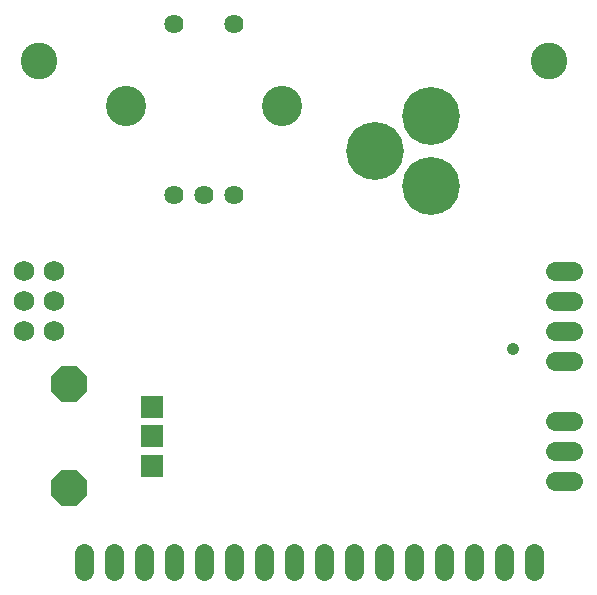
<source format=gbs>
G04 EAGLE Gerber RS-274X export*
G75*
%MOMM*%
%FSLAX34Y34*%
%LPD*%
%INSoldermask Bottom*%
%IPPOS*%
%AMOC8*
5,1,8,0,0,1.08239X$1,22.5*%
G01*
%ADD10C,4.901600*%
%ADD11C,1.625600*%
%ADD12C,1.727200*%
%ADD13C,1.625600*%
%ADD14C,3.403600*%
%ADD15R,1.981200X1.981200*%
%ADD16P,3.357141X8X22.500000*%
%ADD17C,3.101600*%
%ADD18C,1.076600*%


D10*
X436600Y381600D03*
X483600Y351600D03*
X483600Y410600D03*
D11*
X589280Y279400D02*
X604520Y279400D01*
X604520Y254000D02*
X589280Y254000D01*
X589280Y228600D02*
X604520Y228600D01*
X604520Y203200D02*
X589280Y203200D01*
D12*
X139700Y254000D03*
X165100Y254000D03*
X165100Y279400D03*
X139700Y279400D03*
X139700Y228600D03*
X165100Y228600D03*
D11*
X190500Y40640D02*
X190500Y25400D01*
X215900Y25400D02*
X215900Y40640D01*
X241300Y40640D02*
X241300Y25400D01*
X266700Y25400D02*
X266700Y40640D01*
X292100Y40640D02*
X292100Y25400D01*
X317500Y25400D02*
X317500Y40640D01*
X342900Y40640D02*
X342900Y25400D01*
X368300Y25400D02*
X368300Y40640D01*
X393700Y40640D02*
X393700Y25400D01*
X419100Y25400D02*
X419100Y40640D01*
X444500Y40640D02*
X444500Y25400D01*
X469900Y25400D02*
X469900Y40640D01*
X495300Y40640D02*
X495300Y25400D01*
X520700Y25400D02*
X520700Y40640D01*
X546100Y40640D02*
X546100Y25400D01*
X571500Y25400D02*
X571500Y40640D01*
D13*
X292100Y344170D03*
X317500Y488950D03*
D14*
X358140Y419100D03*
X226060Y419100D03*
D13*
X266700Y488950D03*
X317500Y344170D03*
X266700Y344170D03*
D11*
X589280Y101600D02*
X604520Y101600D01*
X604520Y127000D02*
X589280Y127000D01*
X589280Y152400D02*
X604520Y152400D01*
D15*
X247800Y114700D03*
X247800Y139700D03*
X247800Y164700D03*
D16*
X177800Y95700D03*
X177800Y183700D03*
D17*
X152400Y457200D03*
X584200Y457200D03*
D18*
X553720Y213360D03*
M02*

</source>
